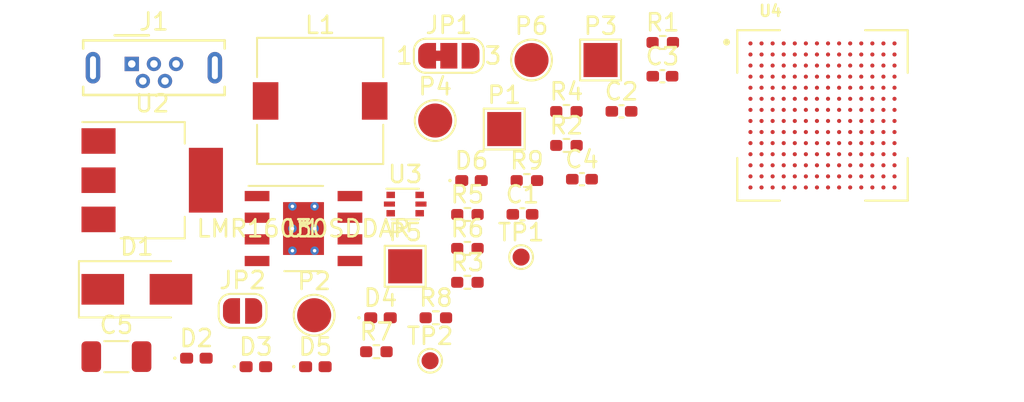
<source format=kicad_pcb>
(kicad_pcb (version 20211014) (generator pcbnew)
  (layers (0 "F.Cu" signal) (31 "B.Cu" signal) (34 "B.Paste" user) (35 "F.Paste" user) (36 "B.SilkS" user "B.Silkscreen") (37 "F.SilkS" user "F.Silkscreen") (38 "B.Mask" user) (39 "F.Mask" user) (44 "Edge.Cuts" user))
  (net 0 "")
  (net 1 "VCC")
  (net 2 "GND")
  (net 3 "REG_5VIN")
  (net 4 "Net-(C3-Pad1)")
  (net 5 "Net-(C3-Pad2)")
  (net 6 "+3V3")
  (net 7 "+5V")
  (net 8 "Net-(D2-Pad1)")
  (net 9 "FC_STATUS_BLUE")
  (net 10 "Net-(D3-Pad1)")
  (net 11 "FC_STATUS_RED")
  (net 12 "Net-(D4-Pad1)")
  (net 13 "FC_STATUS_GREEN")
  (net 14 "Net-(D5-Pad1)")
  (net 15 "Net-(D6-Pad1)")
  (net 16 "FC_USB_VBUS")
  (net 17 "Net-(J1-Pad2)")
  (net 18 "Net-(J1-Pad3)")
  (net 20 "3V3_IO")
  (net 21 "Net-(R1-Pad1)")
  (net 22 "Net-(R2-Pad1)")
  (net 23 "Net-(R3-Pad2)")
  (net 25 "FC_USB_D+")
  (net 26 "FC_USB_D-")
  (net 27 "Net-(U4-PadA1)")
  (net 84 "Net-(U4-PadE6)")
  (net 87 "Net-(U4-PadE9)")
  (net 96 "Net-(U4-PadF6)")
  (net 143 "Net-(U4-PadL1)")
  (net 155 "Net-(U4-PadM1)")
  (net 156 "Net-(U4-PadN1)")
  (footprint "Resistor_SMD:R_0402_1005Metric_Pad0.72x0.64mm_HandSolder" (layer "F.Cu") (at 113.38 63.26)
    (fp_text reference "R2" (at 0 -1.17) (layer "F.SilkS"))
    (fp_text value "49.9K")
    (fp_line (start -0.167621 0.38) (end 0.167621 0.38) (layer "F.SilkS") (width 0.12))
    (fp_line (start -0.167621 -0.38) (end 0.167621 -0.38) (layer "F.SilkS") (width 0.12))
    (pad "1" smd roundrect locked (at -0.5975 0) (size 0.715 0.64) (layers "F.Cu" "F.Paste" "F.Mask") (net 22 "Net-(R2-Pad1)"))
    (pad "2" smd roundrect locked (at 0.5975 0) (size 0.715 0.64) (layers "F.Cu" "F.Paste" "F.Mask") (net 7 "+5V"))
  )
  (footprint "TestPoint:TestPoint_Pad_2.0x2.0mm" (layer "F.Cu") (at 115.38 58.25)
    (fp_text reference "P3" (at 0 -1.998) (layer "F.SilkS"))
    (fp_text value "ESC1_VCC")
    (fp_line (start -1.2 -1.2) (end 1.2 -1.2) (layer "F.SilkS") (width 0.12))
    (fp_line (start 1.2 -1.2) (end 1.2 1.2) (layer "F.SilkS") (width 0.12))
    (fp_line (start -1.2 1.2) (end -1.2 -1.2) (layer "F.SilkS") (width 0.12))
    (fp_line (start 1.2 1.2) (end -1.2 1.2) (layer "F.SilkS") (width 0.12))
    (pad "1" smd rect locked (at 0 0) (size 2 2) (layers "F.Cu" "F.Mask") (net 1 "VCC"))
  )
  (footprint "Package_TO_SOT_SMD:SOT-223-3_TabPin2" (layer "F.Cu") (at 89.08 65.3)
    (fp_text reference "U2" (at 0 -4.5) (layer "F.SilkS"))
    (fp_text value "LD1117S33TR_SOT223")
    (fp_line (start 1.91 -3.41) (end 1.91 -2.15) (layer "F.SilkS") (width 0.12))
    (fp_line (start -1.85 3.41) (end 1.91 3.41) (layer "F.SilkS") (width 0.12))
    (fp_line (start -4.1 -3.41) (end 1.91 -3.41) (layer "F.SilkS") (width 0.12))
    (fp_line (start 1.91 3.41) (end 1.91 2.15) (layer "F.SilkS") (width 0.12))
    (pad "1" smd rect locked (at -3.15 -2.3) (size 2 1.5) (layers "F.Cu" "F.Paste" "F.Mask") (net 2 "GND"))
    (pad "2" smd rect locked (at 3.15 0) (size 2 3.8) (layers "F.Cu" "F.Paste" "F.Mask") (net 6 "+3V3"))
    (pad "2" smd rect locked (at -3.15 0) (size 2 1.5) (layers "F.Cu" "F.Paste" "F.Mask") (net 6 "+3V3"))
    (pad "3" smd rect locked (at -3.15 2.3) (size 2 1.5) (layers "F.Cu" "F.Paste" "F.Mask") (net 3 "REG_5VIN"))
  )
  (footprint "Resistor_SMD:R_0402_1005Metric_Pad0.72x0.64mm_HandSolder" (layer "F.Cu") (at 105.72 73.37)
    (fp_text reference "R8" (at 0 -1.17) (layer "F.SilkS"))
    (fp_text value "62R")
    (fp_line (start -0.167621 0.38) (end 0.167621 0.38) (layer "F.SilkS") (width 0.12))
    (fp_line (start -0.167621 -0.38) (end 0.167621 -0.38) (layer "F.SilkS") (width 0.12))
    (pad "1" smd roundrect locked (at -0.5975 0) (size 0.715 0.64) (layers "F.Cu" "F.Paste" "F.Mask") (net 14 "Net-(D5-Pad1)"))
    (pad "2" smd roundrect locked (at 0.5975 0) (size 0.715 0.64) (layers "F.Cu" "F.Paste" "F.Mask") (net 2 "GND"))
  )
  (footprint "LED_SMD:LED_0402_1005Metric_Pad0.77x0.64mm_HandSolder" (layer "F.Cu") (at 98.65 76.24)
    (fp_text reference "D5" (at 0 -1.17) (layer "F.SilkS"))
    (fp_text value "LED_G")
    (fp_circle (center -1.265 0) (end -1.215 0) (layer "F.SilkS") (width 0.1) (fill none))
    (pad "1" smd roundrect locked (at -0.5725 0) (size 0.765 0.64) (layers "F.Cu" "F.Paste" "F.Mask") (net 14 "Net-(D5-Pad1)"))
    (pad "2" smd roundrect locked (at 0.5725 0) (size 0.765 0.64) (layers "F.Cu" "F.Paste" "F.Mask") (net 6 "+3V3"))
  )
  (footprint "TestPoint:TestPoint_Pad_D1.0mm" (layer "F.Cu") (at 110.72 69.81)
    (fp_text reference "TP1" (at 0 -1.448) (layer "F.SilkS"))
    (fp_text value "GND_BAT_Probe")
    (fp_circle (center 0 0) (end 0 0.7) (layer "F.SilkS") (width 0.12) (fill none))
    (pad "1" smd circle locked (at 0 0) (size 1 1) (layers "F.Cu" "F.Mask") (net 2 "GND"))
  )
  (footprint "LMR16030:LMR16030SDDAR" (layer "F.Cu") (at 97.955001 68.135)
    (fp_text reference "U1" (at 0 0) (layer "F.SilkS"))
    (fp_text value "LMR16030SDDAR" (at 0 0) (layer "F.SilkS"))
    (fp_text user "*" (at 0 0) (layer "F.SilkS"))
    (fp_line (start -3.225 -2.5) (end 1.15 -2.5) (layer "F.SilkS") (width 0.12))
    (fp_line (start -1.124999 2.5) (end 1.1 2.5) (layer "F.SilkS") (width 0.12))
    (pad "1" smd rect locked (at -2.725001 -1.905 90) (size 0.599999 1.45) (layers "F.Cu" "F.Paste" "F.Mask") (net 4 "Net-(C3-Pad1)"))
    (pad "2" smd rect locked (at -2.725001 -0.635 90) (size 0.599999 1.45) (layers "F.Cu" "F.Paste" "F.Mask") (net 1 "VCC"))
    (pad "3" smd rect locked (at -2.725001 0.635 90) (size 0.599999 1.45) (layers "F.Cu" "F.Paste" "F.Mask"))
    (pad "4" smd rect locked (at -2.725001 1.905 90) (size 0.599999 1.45) (layers "F.Cu" "F.Paste" "F.Mask") (net 21 "Net-(R1-Pad1)"))
    (pad "5" smd rect locked (at 2.724998 1.905 90) (size 0.599999 1.45) (layers "F.Cu" "F.Paste" "F.Mask") (net 23 "Net-(R3-Pad2)"))
    (pad "6" smd rect locked (at 2.724998 0.635 90) (size 0.599999 1.45) (layers "F.Cu" "F.Paste" "F.Mask") (net 22 "Net-(R2-Pad1)"))
    (pad "7" smd rect locked (at 2.724998 -0.635 90) (size 0.599999 1.45) (layers "F.Cu" "F.Paste" "F.Mask") (net 2 "GND"))
    (pad "8" smd rect locked (at 2.724998 -1.905 90) (size 0.599999 1.45) (layers "F.Cu" "F.Paste" "F.Mask") (net 5 "Net-(C3-Pad2)"))
    (pad "9" smd rect locked (at 0 0) (size 2.4 3.099999) (layers "F.Cu" "F.Paste" "F.Mask") (net 2 "GND"))
    (pad "V" thru_hole circle locked (at 0.650001 0) (size 0.499999 0.499999) (drill 0.2032) (layers *.Cu *.Mask))
    (pad "V" thru_hole circle locked (at 0.650001 1.3) (size 0.499999 0.499999) (drill 0.2032) (layers *.Cu *.Mask))
    (pad "V" thru_hole circle locked (at -0.650001 0) (size 0.499999 0.499999) (drill 0.2032) (layers *.Cu *.Mask))
    (pad "V" thru_hole circle locked (at -0.650001 1.3) (size 0.499999 0.499999) (drill 0.2032) (layers *.Cu *.Mask))
    (pad "V" thru_hole circle locked (at 0.650001 -1.3) (size 0.499999 0.499999) (drill 0.2032) (layers *.Cu *.Mask))
    (pad "V" thru_hole circle locked (at -0.650001 -1.3) (size 0.499999 0.499999) (drill 0.2032) (layers *.Cu *.Mask))
  )
  (footprint "Resistor_SMD:R_0402_1005Metric_Pad0.72x0.64mm_HandSolder" (layer "F.Cu") (at 111.06 65.32)
    (fp_text reference "R9" (at 0 -1.17) (layer "F.SilkS"))
    (fp_text value "62R")
    (fp_line (start -0.167621 0.38) (end 0.167621 0.38) (layer "F.SilkS") (width 0.12))
    (fp_line (start -0.167621 -0.38) (end 0.167621 -0.38) (layer "F.SilkS") (width 0.12))
    (pad "1" smd roundrect locked (at -0.5975 0) (size 0.715 0.64) (layers "F.Cu" "F.Paste" "F.Mask") (net 15 "Net-(D6-Pad1)"))
    (pad "2" smd roundrect locked (at 0.5975 0) (size 0.715 0.64) (layers "F.Cu" "F.Paste" "F.Mask") (net 2 "GND"))
  )
  (footprint "LED_SMD:LED_0402_1005Metric_Pad0.77x0.64mm_HandSolder" (layer "F.Cu") (at 102.47 73.37)
    (fp_text reference "D4" (at 0 -1.17) (layer "F.SilkS"))
    (fp_text value "LED_G")
    (fp_circle (center -1.265 0) (end -1.215 0) (layer "F.SilkS") (width 0.1) (fill none))
    (pad "1" smd roundrect locked (at -0.5725 0) (size 0.765 0.64) (layers "F.Cu" "F.Paste" "F.Mask") (net 12 "Net-(D4-Pad1)"))
    (pad "2" smd roundrect locked (at 0.5725 0) (size 0.765 0.64) (layers "F.Cu" "F.Paste" "F.Mask") (net 13 "FC_STATUS_GREEN"))
  )
  (footprint "Resistor_SMD:R_0402_1005Metric_Pad0.72x0.64mm_HandSolder" (layer "F.Cu") (at 102.23 75.36)
    (fp_text reference "R7" (at 0 -1.17) (layer "F.SilkS"))
    (fp_text value "62R")
    (fp_line (start -0.167621 0.38) (end 0.167621 0.38) (layer "F.SilkS") (width 0.12))
    (fp_line (start -0.167621 -0.38) (end 0.167621 -0.38) (layer "F.SilkS") (width 0.12))
    (pad "1" smd roundrect locked (at -0.5975 0) (size 0.715 0.64) (layers "F.Cu" "F.Paste" "F.Mask") (net 12 "Net-(D4-Pad1)"))
    (pad "2" smd roundrect locked (at 0.5975 0) (size 0.715 0.64) (layers "F.Cu" "F.Paste" "F.Mask") (net 2 "GND"))
  )
  (footprint "Resistor_SMD:R_0402_1005Metric_Pad0.72x0.64mm_HandSolder" (layer "F.Cu") (at 107.57 67.31)
    (fp_text reference "R5" (at 0 -1.17) (layer "F.SilkS"))
    (fp_text value "47R")
    (fp_line (start -0.167621 -0.38) (end 0.167621 -0.38) (layer "F.SilkS") (width 0.12))
    (fp_line (start -0.167621 0.38) (end 0.167621 0.38) (layer "F.SilkS") (width 0.12))
    (pad "1" smd roundrect locked (at -0.5975 0) (size 0.715 0.64) (layers "F.Cu" "F.Paste" "F.Mask") (net 8 "Net-(D2-Pad1)"))
    (pad "2" smd roundrect locked (at 0.5975 0) (size 0.715 0.64) (layers "F.Cu" "F.Paste" "F.Mask") (net 2 "GND"))
  )
  (footprint "IMXRT1062DVL6A:BGA196C65P14X14_1000X1000X152N" (layer "F.Cu") (at 128.4 61.5)
    (fp_text reference "U4" (at -3.053855 -6.133161) (layer "F.SilkS") (effects (font (size 0.64123 0.64123))))
    (fp_text value "MIMXRT1062DVL6A")
    (fp_line (start -5 -5) (end -5 -2.5) (layer "F.SilkS") (width 0.127))
    (fp_line (start 2.5 -5) (end 5 -5) (layer "F.SilkS") (width 0.127))
    (fp_line (start 5 2.5) (end 5 5) (layer "F.SilkS") (width 0.127))
    (fp_line (start -5 -5) (end -2.5 -5) (layer "F.SilkS") (width 0.127))
    (fp_line (start -5 5) (end -5 2.5) (layer "F.SilkS") (width 0.127))
    (fp_line (start -2.5 5) (end -5 5) (layer "F.SilkS") (width 0.127))
    (fp_line (start 5 5) (end 2.5 5) (layer "F.SilkS") (width 0.127))
    (fp_line (start 5 -5) (end 5 -2.5) (layer "F.SilkS") (width 0.127))
    (fp_circle (center -5.625 -4.3) (end -5.525 -4.3) (layer "F.SilkS") (width 0.2) (fill none))
    (pad "A1" smd circle locked (at -4.225 -4.225) (size 0.24 0.24) (layers "F.Cu" "F.Paste" "F.Mask") (net 27 "Net-(U4-PadA1)"))
    (pad "A2" smd circle locked (at -3.575 -4.225) (size 0.24 0.24) (layers "F.Cu" "F.Paste" "F.Mask"))
    (pad "A3" smd circle locked (at -2.925 -4.225) (size 0.24 0.24) (layers "F.Cu" "F.Paste" "F.Mask"))
    (pad "A4" smd circle locked (at -2.275 -4.225) (size 0.24 0.24) (layers "F.Cu" "F.Paste" "F.Mask"))
    (pad "A5" smd circle locked (at -1.625 -4.225) (size 0.24 0.24) (layers "F.Cu" "F.Paste" "F.Mask"))
    (pad "A6" smd circle locked (at -0.975 -4.225) (size 0.24 0.24) (layers "F.Cu" "F.Paste" "F.Mask"))
    (pad "A7" smd circle locked (at -0.325 -4.225) (size 0.24 0.24) (layers "F.Cu" "F.Paste" "F.Mask"))
    (pad "A8" smd circle locked (at 0.325 -4.225) (size 0.24 0.24) (layers "F.Cu" "F.Paste" "F.Mask"))
    (pad "A9" smd circle locked (at 0.975 -4.225) (size 0.24 0.24) (layers "F.Cu" "F.Paste" "F.Mask"))
    (pad "A10" smd circle locked (at 1.625 -4.225) (size 0.24 0.24) (layers "F.Cu" "F.Paste" "F.Mask"))
    (pad "A11" smd circle locked (at 2.275 -4.225) (size 0.24 0.24) (layers "F.Cu" "F.Paste" "F.Mask"))
    (pad "A12" smd circle locked (at 2.925 -4.225) (size 0.24 0.24) (layers "F.Cu" "F.Paste" "F.Mask"))
    (pad "A13" smd circle locked (at 3.575 -4.225) (size 0.24 0.24) (layers "F.Cu" "F.Paste" "F.Mask"))
    (pad "A14" smd circle locked (at 4.225 -4.225) (size 0.24 0.24) (layers "F.Cu" "F.Paste" "F.Mask") (net 27 "Net-(U4-PadA1)"))
    (pad "B1" smd circle locked (at -4.225 -3.575) (size 0.24 0.24) (layers "F.Cu" "F.Paste" "F.Mask"))
    (pad "B2" smd circle locked (at -3.575 -3.575) (size 0.24 0.24) (layers "F.Cu" "F.Paste" "F.Mask"))
    (pad "B3" smd circle locked (at -2.925 -3.575) (size 0.24 0.24) (layers "F.Cu" "F.Paste" "F.Mask"))
    (pad "B4" smd circle locked (at -2.275 -3.575) (size 0.24 0.24) (layers "F.Cu" "F.Paste" "F.Mask"))
    (pad "B5" smd circle locked (at -1.625 -3.575) (size 0.24 0.24) (layers "F.Cu" "F.Paste" "F.Mask") (net 27 "Net-(U4-PadA1)"))
    (pad "B6" smd circle locked (at -0.975 -3.575) (size 0.24 0.24) (layers "F.Cu" "F.Paste" "F.Mask"))
    (pad "B7" smd circle locked (at -0.325 -3.575) (size 0.24 0.24) (layers "F.Cu" "F.Paste" "F.Mask"))
    (pad "B8" smd circle locked (at 0.325 -3.575) (size 0.24 0.24) (layers "F.Cu" "F.Paste" "F.Mask"))
    (pad "B9" smd circle locked (at 0.975 -3.575) (size 0.24 0.24) (layers "F.Cu" "F.Paste" "F.Mask"))
    (pad "B10" smd circle locked (at 1.625 -3.575) (size 0.24 0.24) (layers "F.Cu" "F.Paste" "F.Mask") (net 27 "Net-(U4-PadA1)"))
    (pad "B11" smd circle locked (at 2.275 -3.575) (size 0.24 0.24) (layers "F.Cu" "F.Paste" "F.Mask"))
    (pad "B12" smd circle locked (at 2.925 -3.575) (size 0.24 0.24) (layers "F.Cu" "F.Paste" "F.Mask"))
    (pad "B13" smd circle locked (at 3.575 -3.575) (size 0.24 0.24) (layers "F.Cu" "F.Paste" "F.Mask"))
    (pad "B14" smd circle locked (at 4.225 -3.575) (size 0.24 0.24) (layers "F.Cu" "F.Paste" "F.Mask"))
    (pad "C1" smd circle locked (at -4.225 -2.925) (size 0.24 0.24) (layers "F.Cu" "F.Paste" "F.Mask"))
    (pad "C2" smd circle locked (at -3.575 -2.925) (size 0.24 0.24) (layers "F.Cu" "F.Paste" "F.Mask"))
    (pad "C3" smd circle locked (at -2.925 -2.925) (size 0.24 0.24) (layers "F.Cu" "F.Paste" "F.Mask"))
    (pad "C4" smd circle locked (at -2.275 -2.925) (size 0.24 0.24) (layers "F.Cu" "F.Paste" "F.Mask"))
    (pad "C5" smd circle locked (at -1.625 -2.925) (size 0.24 0.24) (layers "F.Cu" "F.Paste" "F.Mask"))
    (pad "C6" smd circle locked (at -0.975 -2.925) (size 0.24 0.24) (layers "F.Cu" "F.Paste" "F.Mask"))
    (pad "C7" smd circle locked (at -0.325 -2.925) (size 0.24 0.24) (layers "F.Cu" "F.Paste" "F.Mask"))
    (pad "C8" smd circle locked (at 0.325 -2.925) (size 0.24 0.24) (layers "F.Cu" "F.Paste" "F.Mask"))
    (pad "C9" smd circle locked (at 0.975 -2.925) (size 0.24 0.24) (layers "F.Cu" "F.Paste" "F.Mask"))
    (pad "C10" smd circle locked (at 1.625 -2.925) (size 0.24 0.24) (layers "F.Cu" "F.Paste" "F.Mask"))
    (pad "C11" smd circle locked (at 2.275 -2.925) (size 0.24 0.24) (layers "F.Cu" "F.Paste" "F.Mask"))
    (pad "C12" smd circle locked (at 2.925 -2.925) (size 0.24 0.24) (layers "F.Cu" "F.Paste" "F.Mask"))
    (pad "C13" smd circle locked (at 3.575 -2.925) (size 0.24 0.24) (layers "F.Cu" "F.Paste" "F.Mask"))
    (pad "C14" smd circle locked (at 4.225 -2.925) (size 0.24 0.24) (layers "F.Cu" "F.Paste" "F.Mask"))
    (pad "D1" smd circle locked (at -4.225 -2.275) (size 0.24 0.24) (layers "F.Cu" "F.Paste" "F.Mask"))
    (pad "D2" smd circle locked (at -3.575 -2.275) (size 0.24 0.24) (layers "F.Cu" "F.Paste" "F.Mask"))
    (pad "D3" smd circle locked (at -2.925 -2.275) (size 0.24 0.24) (layers "F.Cu" "F.Paste" "F.Mask"))
    (pad "D4" smd circle locked (at -2.275 -2.275) (size 0.24 0.24) (layers "F.Cu" "F.Paste" "F.Mask"))
    (pad "D5" smd circle locked (at -1.625 -2.275) (size 0.24 0.24) (layers "F.Cu" "F.Paste" "F.Mask"))
    (pad "D6" smd circle locked (at -0.975 -2.275) (size 0.24 0.24) (layers "F.Cu" "F.Paste" "F.Mask"))
    (pad "D7" smd circle locked (at -0.325 -2.275) (size 0.24 0.24) (layers "F.Cu" "F.Paste" "F.Mask"))
    (pad "D8" smd circle locked (at 0.325 -2.275) (size 0.24 0.24) (layers "F.Cu" "F.Paste" "F.Mask"))
    (pad "D9" smd circle locked (at 0.975 -2.275) (size 0.24 0.24) (layers "F.Cu" "F.Paste" "F.Mask"))
    (pad "D10" smd circle locked (at 1.625 -2.275) (size 0.24 0.24) (layers "F.Cu" "F.Paste" "F.Mask"))
    (pad "D11" smd circle locked (at 2.275 -2.275) (size 0.24 0.24) (layers "F.Cu" "F.Paste" "F.Mask"))
    (pad "D12" smd circle locked (at 2.925 -2.275) (size 0.24 0.24) (layers "F.Cu" "F.Paste" "F.Mask"))
    (pad "D13" smd circle locked (at 3.575 -2.275) (size 0.24 0.24) (layers "F.Cu" "F.Paste" "F.Mask"))
    (pad "D14" smd circle locked (at 4.225 -2.275) (size 0.24 0.24) (layers "F.Cu" "F.Paste" "F.Mask"))
    (pad "E1" smd circle locked (at -4.225 -1.625) (size 0.24 0.24) (layers "F.Cu" "F.Paste" "F.Mask"))
    (pad "E2" smd circle locked (at -3.575 -1.625) (size 0.24 0.24) (layers "F.Cu" "F.Paste" "F.Mask") (net 27 "Net-(U4-PadA1)"))
    (pad "E3" smd circle locked (at -2.925 -1.625) (size 0.24 0.24) (layers "F.Cu" "F.Paste" "F.Mask"))
    (pad "E4" smd circle locked (at -2.275 -1.625) (size 0.24 0.24) (layers "F.Cu" "F.Paste" "F.Mask"))
    (pad "E5" smd circle locked (at -1.625 -1.625) (size 0.24 0.24) (layers "F.Cu" "F.Paste" "F.Mask"))
    (pad "E6" smd circle locked (at -0.975 -1.625) (size 0.24 0.24) (layers "F.Cu" "F.Paste" "F.Mask") (net 84 "Net-(U4-PadE6)"))
    (pad "E7" smd circle locked (at -0.325 -1.625) (size 0.24 0.24) (layers "F.Cu" "F.Paste" "F.Mask"))
    (pad "E8" smd circle locked (at 0.325 -1.625) (size 0.24 0.24) (layers "F.Cu" "F.Paste" "F.Mask"))
    (pad "E9" smd circle locked (at 0.975 -1.625) (size 0.24 0.24) (layers "F.Cu" "F.Paste" "F.Mask") (net 87 "Net-(U4-PadE9)"))
    (pad "E10" smd circle locked (at 1.625 -1.625) (size 0.24 0.24) (layers "F.Cu" "F.Paste" "F.Mask"))
    (pad "E11" smd circle locked (at 2.275 -1.625) (size 0.24 0.24) (layers "F.Cu" "F.Paste" "F.Mask"))
    (pad "E12" smd circle locked (at 2.925 -1.625) (size 0.24 0.24) (layers "F.Cu" "F.Paste" "F.Mask"))
    (pad "E13" smd circle locked (at 3.575 -1.625) (size 0.24 0.24) (layers "F.Cu" "F.Paste" "F.Mask") (net 27 "Net-(U4-PadA1)"))
    (pad "E14" smd circle locked (at 4.225 -1.625) (size 0.24 0.24) (layers "F.Cu" "F.Paste" "F.Mask"))
    (pad "F1" smd circle locked (at -4.225 -0.975) (size 0.24 0.24) (layers "F.Cu" "F.Paste" "F.Mask"))
    (pad "F2" smd circle locked (at -3.575 -0.975) (size 0.24 0.24) (layers "F.Cu" "F.Paste" "F.Mask"))
    (pad "F3" smd circle locked (at -2.925 -0.975) (size 0.24 0.24) (layers "F.Cu" "F.Paste" "F.Mask"))
    (pad "F4" smd circle locked (at -2.275 -0.975) (size 0.24 0.24) (layers "F.Cu" "F.Paste" "F.Mask"))
    (pad "F5" smd circle locked (at -1.625 -0.975) (size 0.24 0.24) (layers "F.Cu" "F.Paste" "F.Mask") (net 84 "Net-(U4-PadE6)"))
    (pad "F6" smd circle locked (at -0.975 -0.975) (size 0.24 0.24) (layers "F.Cu" "F.Paste" "F.Mask") (net 96 "Net-(U4-PadF6)"))
    (pad "F7" smd circle locked (at -0.325 -0.975) (size 0.24 0.24) (layers "F.Cu" "F.Paste" "F.Mask") (net 96 "Net-(U4-PadF6)"))
    (pad "F8" smd circle locked (at 0.325 -0.975) (size 0.24 0.24) (layers "F.Cu" "F.Paste" "F.Mask") (net 96 "Net-(U4-PadF6)"))
    (pad "F9" smd circle locked (at 0.975 -0.975) (size 0.24 0.24) (layers "F.Cu" "F.Paste" "F.Mask") (net 96 "Net-(U4-PadF6)"))
    (pad "F10" smd circle locked (at 1.625 -0.975) (size 0.24 0.24) (layers "F.Cu" "F.Paste" "F.Mask") (net 87 "Net-(U4-PadE9)"))
    (pad "F11" smd circle locked (at 2.275 -0.975) (size 0.24 0.24) (layers "F.Cu" "F.Paste" "F.Mask"))
    (pad "F12" smd circle locked (at 2.925 -0.975) (size 0.24 0.24) (layers "F.Cu" "F.Paste" "F.Mask"))
    (pad "F13" smd circle locked (at 3.575 -0.975) (size 0.24 0.24) (layers "F.Cu" "F.Paste" "F.Mask"))
    (pad "F14" smd circle locked (at 4.225 -0.975) (size 0.24 0.24) (layers "F.Cu" "F.Paste" "F.Mask"))
    (pad "G1" smd circle locked (at -4.225 -0.325) (size 0.24 0.24) (layers "F.Cu" "F.Paste" "F.Mask"))
    (pad "G2" smd circle locked (at -3.575 -0.325) (size 0.24 0.24) (layers "F.Cu" "F.Paste" "F.Mask"))
    (pad "G3" smd circle locked (at -2.925 -0.325) (size 0.24 0.24) (layers "F.Cu" "F.Paste" "F.Mask"))
    (pad "G4" smd circle locked (at -2.275 -0.325) (size 0.24 0.24) (layers "F.Cu" "F.Paste" "F.Mask"))
    (pad "G5" smd circle locked (at -1.625 -0.325) (size 0.24 0.24) (layers "F.Cu" "F.Paste" "F.Mask"))
    (pad "G6" smd circle locked (at -0.975 -0.325) (size 0.24 0.24) (layers "F.Cu" "F.Paste" "F.Mask") (net 96 "Net-(U4-PadF6)"))
    (pad "G7" smd circle locked (at -0.325 -0.325) (size 0.24 0.24) (layers "F.Cu" "F.Paste" "F.Mask") (net 27 "Net-(U4-PadA1)"))
    (pad "G8" smd circle locked (at 0.325 -0.325) (size 0.24 0.24) (layers "F.Cu" "F.Paste" "F.Mask") (net 27 "Net-(U4-PadA1)"))
    (pad "G9" smd circle locked (at 0.975 -0.325) (size 0.24 0.24) (layers "F.Cu" "F.Paste" "F.Mask") (net 96 "Net-(U4-PadF6)"))
    (pad "G10" smd circle locked (at 1.625 -0.325) (size 0.24 0.24) (layers "F.Cu" "F.Paste" "F.Mask"))
    (pad "G11" smd circle locked (at 2.275 -0.325) (size 0.24 0.24) (layers "F.Cu" "F.Paste" "F.Mask"))
    (pad "G12" smd circle locked (at 2.925 -0.325) (size 0.24 0.24) (layers "F.Cu" "F.Paste" "F.Mask"))
    (pad "G13" smd circle locked (at 3.575 -0.325) (size 0.24 0.24) (layers "F.Cu" "F.Paste" "F.Mask"))
    (pad "G14" smd circle locked (at 4.225 -0.325) (size 0.24 0.24) (layers "F.Cu" "F.Paste" "F.Mask"))
    (pad "H1" smd circle locked (at -4.225 0.325) (size 0.24 0.24) (layers "F.Cu" "F.Paste" "F.Mask"))
    (pad "H2" smd circle locked (at -3.575 0.325) (size 0.24 0.24) (layers "F.Cu" "F.Paste" "F.Mask"))
    (pad "H3" smd circle locked (at -2.925 0.325) (size 0.24 0.24) (layers "F.Cu" "F.Paste" "F.Mask"))
    (pad "H4" smd circle locked (at -2.275 0.325) (size 0.24 0.24) (layers "F.Cu" "F.Paste" "F.Mask"))
    (pad "H5" smd circle locked (at -1.625 0.325) (size 0.24 0.24) (layers "F.Cu" "F.Paste" "F.Mask"))
    (pad "H6" smd circle locked (at -0.975 0.325) (size 0.24 0.24) (layers "F.Cu" "F.Paste" "F.Mask") (net 96 "Net-(U4-PadF6)"))
    (pad "H7" smd circle locked (at -0.325 0.325) (size 0.24 0.24) (layers "F.Cu" "F.Paste" "F.Mask") (net 27 "Net-(U4-PadA1)"))
    (pad "H8" smd circle locked (at 0.325 0.325) (size 0.24 0.24) (layers "F.Cu" "F.Paste" "F.Mask") (net 27 "Net-(U4-PadA1)"))
    (pad "H9" smd circle locked (at 0.975 0.325) (size 0.24 0.24) (layers "F.Cu" "F.Paste" "F.Mask") (net 96 "Net-(U4-PadF6)"))
    (pad "H10" smd circle locked (at 1.625 0.325) (size 0.24 0.24) (layers "F.Cu" "F.Paste" "F.Mask"))
    (pad "H11" smd circle locked (at 2.275 0.325) (size 0.24 0.24) (layers "F.Cu" "F.Paste" "F.Mask"))
    (pad "H12" smd circle locked (at 2.925 0.325) (size 0.24 0.24) (layers "F.Cu" "F.Paste" "F.Mask"))
    (pad "H13" smd circle locked (at 3.575 0.325) (size 0.24 0.24) (layers "F.Cu" "F.Paste" "F.Mask"))
    (pad "H14" smd circle locked (at 4.225 0.325) (size 0.24 0.24) (layers "F.Cu" "F.Paste" "F.Mask"))
    (pad "J1" smd circle locked (at -4.225 0.975) (size 0.24 0.24) (layers "F.Cu" "F.Paste" "F.Mask"))
    (pad "J2" smd circle locked (at -3.575 0.975) (size 0.24 0.24) (layers "F.Cu" "F.Paste" "F.Mask"))
    (pad "J3" smd circle locked (at -2.925 0.975) (size 0.24 0.24) (layers "F.Cu" "F.Paste" "F.Mask"))
    (pad "J4" smd circle locked (at -2.275 0.975) (size 0.24 0.24) (layers "F.Cu" "F.Paste" "F.Mask"))
    (pad "J5" smd circle locked (at -1.625 0.975) (size 0.24 0.24) (layers "F.Cu" "F.Paste" "F.Mask"))
    (pad "J6" smd circle locked (at -0.975 0.975) (size 0.24 0.24) (layers "F.Cu" "F.Paste" "F.Mask"))
    (pad "J7" smd circle locked (at -0.325 0.975) (size 0.24 0.24) (layers "F.Cu" "F.Paste" "F.Mask") (net 27 "Net-(U4-PadA1)"))
    (pad "J8" smd circle locked (at 0.325 0.975) (size 0.24 0.24) (layers "F.Cu" "F.Paste" "F.Mask") (net 27 "Net-(U4-PadA1)"))
    (pad "J9" smd circle locked (at 0.975 0.975) (size 0.24 0.24) (layers "F.Cu" "F.Paste" "F.Mask") (net 96 "Net-(U4-PadF6)"))
    (pad "J10" smd circle locked (at 1.625 0.975) (size 0.24 0.24) (layers "F.Cu" "F.Paste" "F.Mask") (net 87 "Net-(U4-PadE9)"))
    (pad "J11" smd circle locked (at 2.275 0.975) (size 0.24 0.24) (layers "F.Cu" "F.Paste" "F.Mask"))
    (pad "J12" smd circle locked (at 2.925 0.975) (size 0.24 0.24) (layers "F.Cu" "F.Paste" "F.Mask"))
    (pad "J13" smd circle locked (at 3.575 0.975) (size 0.24 0.24) (layers "F.Cu" "F.Paste" "F.Mask"))
    (pad "J14" smd circle locked (at 4.225 0.975) (size 0.24 0.24) (layers "F.Cu" "F.Paste" "F.Mask"))
    (pad "K1" smd circle locked (at -4.225 1.625) (size 0.24 0.24) (layers "F.Cu" "F.Paste" "F.Mask"))
    (pad "K2" smd circle locked (at -3.575 1.625) (size 0.24 0.24) (layers "F.Cu" "F.Paste" "F.Mask") (net 27 "Net-(U4-PadA1)"))
    (pad "K3" smd circle locked (at -2.925 1.625) (size 0.24 0.24) (layers "F.Cu" "F.Paste" "F.Mask"))
    (pad "K4" smd circle locked (at -2.275 1.625) (size 0.24 0.24) (layers "F.Cu" "F.Paste" "F.Mask"))
    (pad "K5" smd circle locked (at -1.625 1.625) (size 0.24 0.24) (layers "F.Cu" "F.Paste" "F.Mask"))
    (pad "K6" smd circle locked (at -0.975 1.625) (size 0.24 0.24) (layers "F.Cu" "F.Paste" "F.Mask"))
    (pad "K7" smd circle locked (at -0.325 1.625) (size 0.24 0.24) (layers "F.Cu" "F.Paste" "F.Mask"))
    (pad "K8" smd circle locked (at 0.325 1.625) (size 0.24 0.24) (layers "F.Cu" "F.Paste" "F.Mask"))
    (pad "K9" smd circle locked (at 0.975 1.625) (size 0.24 0.24) (layers "F.Cu" "F.Paste" "F.Mask"))
    (pad "K10" smd circle locked (at 1.625 1.625) (size 0.24 0.24) (layers "F.Cu" "F.Paste" "F.Mask"))
    (pad "K11" smd circle locked (at 2.275 1.625) (size 0.24 0.24) (layers "F.Cu" "F.Paste" "F.Mask"))
    (pad "K12" smd circle locked (at 2.925 1.625) (size 0.24 0.24) (layers "F.Cu" "F.Paste" "F.Mask"))
    (pad "K13" smd circle locked (at 3.575 1.625) (size 0.24 0.24) (layers "F.Cu" "F.Paste" "F.Mask") (net 27 "Net-(U4-PadA1)"))
    (pad "K14" smd circle locked (at 4.225 1.625) (size 0.24 0.24) (layers "F.Cu" "F.Paste" "F.Mask"))
    (pad "L1" smd circle locked (at -4.225 2.275) (size 0.24 0.24) (layers "F.Cu" "F.Paste" "F.Mask") (net 143 "Net-(U4-PadL1)"))
    (pad "L2" smd circle locked (at -3.575 2.275) (size 0.24 0.24) (layers "F.Cu" "F.Paste" "F.Mask") (net 143 "Net-(U4-PadL1)"))
    (pad "L3" smd circle locked (at -2.925 2.275) (size 0.24 0.24) (layers "F.Cu" "F.Paste" "F.Mask"))
    (pad "L4" smd circle locked (at -2.275 2.275) (size 0.24 0.24) (layers "F.Cu" "F.Paste" "F.Mask"))
    (pad "L5" smd circle locked (at -1.625 2.275) (size 0.24 0.24) (layers "F.Cu" "F.Paste" "F.Mask"))
    (pad "L6" smd circle locked (at -0.975 2.275) (size 0.24 0.24) (layers "F.Cu" "F.Paste" "F.Mask"))
    (pad "L7" smd circle locked (at -0.325 2.275) (size 0.24 0.24) (layers "F.Cu" "F.Paste" "F.Mask"))
    (pad "L8" smd circle locked (at 0.325 2.275) (size 0.24 0.24) (layers "F.Cu" "F.Paste" "F.Mask"))
    (pad "L9" smd circle locked (at 0.975 2.275) (size 0.24 0.24) (layers "F.Cu" "F.Paste" "F.Mask") (net 27 "Net-(U4-PadA1)"))
    (pad "L10" smd circle locked (at 1.625 2.275) (size 0.24 0.24) (layers "F.Cu" "F.Paste" "F.Mask"))
    (pad "L11" smd circle locked (at 2.275 2.275) (size 0.24 0.24) (layers "F.Cu" "F.Paste" "F.Mask"))
    (pad "L12" smd circle locked (at 2.925 2.275) (size 0.24 0.24) (layers "F.Cu" "F.Paste" "F.Mask"))
    (pad "L13" smd circle locked (at 3.575 2.275) (size 0.24 0.24) (layers "F.Cu" "F.Paste" "F.Mask"))
    (pad "L14" smd circle locked (at 4.225 2.275) (size 0.24 0.24) (layers "F.Cu" "F.Paste" "F.Mask"))
    (pad "M1" smd circle locked (at -4.225 2.925) (size 0.24 0.24) (layers "F.Cu" "F.Paste" "F.Mask") (net 155 "Net-(U4-PadM1)"))
    (pad "M2" smd circle locked (at -3.575 2.925) (size 0.24 0.24) (layers "F.Cu" "F.Paste" "F.Mask") (net 155 "Net-(U4-PadM1)"))
    (pad "M3" smd circle locked (at -2.925 2.925) (size 0.24 0.24) (layers "F.Cu" "F.Paste" "F.Mask"))
    (pad "M4" smd circle locked (at -2.275 2.925) (size 0.24 0.24) (layers "F.Cu" "F.Paste" "F.Mask"))
    (pad "M5" smd circle locked (at -1.625 2.925) (size 0.24 0.24) (layers "F.Cu" "F.Paste" "F.Mask"))
    (pad "M6" smd circle locked (at -0.975 2.925) (size 0.24 0.24) (layers "F.Cu" "F.Paste" "F.Mask"))
    (pad "M7" smd circle locked (at -0.325 2.925) (size 0.24 0.24) (layers "F.Cu" "F.Paste" "F.Mask"))
    (pad "M8" smd circle locked (at 0.325 2.925) (size 0.24 0.24) (layers "F.Cu" "F.Paste" "F.Mask"))
    (pad "M9" smd circle locked (at 0.975 2.925) (size 0.24 0.24) (layers "F.Cu" "F.Paste" "F.Mask"))
    (pad "M10" smd circle locked (at 1.625 2.925) (size 0.24 0.24) (layers "F.Cu" "F.Paste" "F.Mask"))
    (pad "M11" smd circle locked (at 2.275 2.925) (size 0.24 0.24) (layers "F.Cu" "F.Paste" "F.Mask"))
    (pad "M12" smd circle locked (at 2.925 2.925) (size 0.24 0.24) (layers "F.Cu" "F.Paste" "F.Mask"))
    (pad "M13" smd circle locked (at 3.575 2.925) (size 0.24 0.24) (layers "F.Cu" "F.Paste" "F.Mask"))
    (pad "M14" smd circle locked (at 4.225 2.925) (size 0.24 0.24) (layers "F.Cu" "F.Paste" "F.Mask"))
    (pad "N1" smd circle locked (at -4.225 3.575) (size 0.24 0.24) (layers "F.Cu" "F.Paste" "F.Mask") (net 156 "Net-(U4-PadN1)"))
    (pad "N2" smd circle locked (at -3.575 3.575) (size 0.24 0.24) (layers "F.Cu" "F.Paste" "F.Mask") (net 156 "Net-(U4-PadN1)"))
    (pad "N3" smd circle locked (at -2.925 3.575) (size 0.24 0.24) (layers "F.Cu" "F.Paste" "F.Mask"))
    (pad "N4" smd circle locked (at -2.275 3.575) (size 0.24 0.24) (layers "F.Cu" "F.Paste" "F.Mask"))
    (pad "N5" smd circle locked (at -1.625 3.575) (size 0.24 0.24) (layers "F.Cu" "F.Paste" "F.Mask") (net 27 "Net-(U4-PadA1)"))
    (pad "N6" smd circle locked (at -0.975 3.575) (size 0.24 0.24) (layers "F.Cu" "F.Paste" "F.Mask"))
    (pad "N7" smd circle locked (at -0.325 3.575) (size 0.24 0.24) (layers "F.Cu" "F.Paste" "F.Mask"))
    (pad "N8" smd circle locked (at 0.325 3.575) (size 0.24 0.24) (layers "F.Cu" "F.Paste" "F.Mask") (net 27 "Net-(U4-PadA1)"))
    (pad "N9" smd circle locked (at 0.975 3.575) (size 0.24 0.24) (layers "F.Cu" "F.Paste" "F.Mask"))
    (pad "N10" smd circle locked (at 1.625 3.575) (size 0.24 0.24) (layers "F.Cu" "F.Paste" "F.Mask"))
    (pad "N11" smd circle locked (at 2.275 3.575) (size 0.24 0.24) (layers "F.Cu" "F.Paste" "F.Mask"))
    (pad "N12" smd circle locked (at 2.925 3.575) (size 0.24 0.24) (layers "F.Cu" "F.Paste" "F.Mask"))
    (pad "N13" smd circle locked (at 3.575 3.575) (size 0.24 0.24) (layers "F.Cu" "F.Paste" "F.Mask"))
    (pad "N14" smd circle locked (at 4.225 3.575) (size 0.24 0.24) (layers "F.Cu" "F.Paste" "F.Mask"))
    (pad "P1" smd circle locked (at -4.225 4.225) (size 0.24 0.24) (layers "F.Cu" "F.Paste" "F.Mask") (net 27 "Net-(U4-PadA1)"))
    (pad "P2" smd circle locked (at -3.575 4.225) (size 0.24 0.24) (layers "F.Cu" "F.Paste" "F.Mask"))
    (pad "P3" smd circle locked (at -2.925 4.225) (size 0.24 0.24) (layers "F.Cu" "F.Paste" "F.Mask"))
    (pad "P4" smd circle locked (at -2.275 4.225) (size 0.24 0.24) (layers "F.Cu" "F.Paste" "F.Mask"))
    (pad "P5" smd circle locked (at -1.625 4.225) (size 0.24 0.24) (layers "F.Cu" "F.Paste" "F.Mask"))
    (pad "P6" smd circle locked (at -0.975 4.225) (size 0.24 0.24) (layers "F.Cu" "F.Paste" "F.Mask"))
    (pad "P7" smd circle locked (at -0.325 4.225) (size 0.24 0.24) (layers "F.Cu" "F.Paste" "F.Mask"))
    (pad "P8" smd circle locked (at 0.325 4.225) (size 0.24 0.24) (layers "F.Cu" "F.Paste" "F.Mask"))
    (pad "P9" smd circle locked (at 0.975 4.225) (size 0.24 0.24) (layers "F.Cu" "F.Paste" "F.Mask"))
    (pad "P10" smd circle locked (at 1.625 4.225) (size 0.24 0.24) (layers "F.Cu" "F.Paste" "F.Mask"))
    (pad "P11" smd circle locked (at 2.275 4.225) (size 0.24 0.24) (layers "F.Cu" "F.Paste" "F.Mask"))
    (pad "P12" smd circle locked (at 2.925 4.225) (size 0.24 0.24) (layers "F.Cu" "F.Paste" "F.Mask"))
    (pad "P13" smd circle locked (at 3.575 4.225) (size 0.24 0.24) (layers "F.Cu" "F.Paste" "F.Mask"))
    (pad "P14" smd circle locked (at 4.225 4.225) (size 0.24 0.24) (layers "F.Cu" "F.Paste" "F.Mask") (net 27 "Net-(U4-PadA1)"))
  )
  (footprint "TestPoint:TestPoint_Pad_D2.0mm" (layer "F.Cu") (at 98.58 73.22)
    (fp_text reference "P2" (at 0 -1.998) (layer "F.SilkS"))
    (fp_text value "LIPO_GND")
    (fp_circle (center 0 0) (end 0 1.2) (layer "F.SilkS") (width 0.12) (fill none))
    (pad "1" smd circle locked (at 0 0) (size 2 2) (layers "F.Cu" "F.Mask") (net 2 "GND"))
  )
  (footprint "TestPoint:TestPoint_Pad_2.0x2.0mm" (layer "F.Cu") (at 109.73 62.3)
    (fp_text reference "P1" (at 0 -1.998) (layer "F.SilkS"))
    (fp_text value "LIPO_VCC")
    (fp_line (start -1.2 -1.2) (end 1.2 -1.2) (layer "F.SilkS") (width 0.12))
    (fp_line (start -1.2 1.2) (end -1.2 -1.2) (layer "F.SilkS") (width 0.12))
    (fp_line (start 1.2 -1.2) (end 1.2 1.2) (layer "F.SilkS") (width 0.12))
    (fp_line (start 1.2 1.2) (end -1.2 1.2) (layer "F.SilkS") (width 0.12))
    (pad "1" smd rect locked (at 0 0) (size 2 2) (layers "F.Cu" "F.Mask") (net 1 "VCC"))
  )
  (footprint "Resistor_SMD:R_0402_1005Metric_Pad0.72x0.64mm_HandSolder" (layer "F.Cu") (at 107.57 69.3)
    (fp_text reference "R6" (at 0 -1.17) (layer "F.SilkS"))
    (fp_text value "62R")
    (fp_line (start -0.167621 0.38) (end 0.167621 0.38) (layer "F.SilkS") (width 0.12))
    (fp_line (start -0.167621 -0.38) (end 0.167621 -0.38) (layer "F.SilkS") (width 0.12))
    (pad "1" smd roundrect locked (at -0.5975 0) (size 0.715 0.64) (layers "F.Cu" "F.Paste" "F.Mask") (net 10 "Net-(D3-Pad1)"))
    (pad "2" smd roundrect locked (at 0.5975 0) (size 0.715 0.64) (layers "F.Cu" "F.Paste" "F.Mask") (net 2 "GND"))
  )
  (footprint "Jumper:SolderJumper-3_P1.3mm_Bridged12_RoundedPad1.0x1.5mm_NumberLabels" (layer "F.Cu") (at 106.48 58)
    (fp_text reference "JP1" (at 0 -1.8) (layer "F.SilkS"))
    (fp_text value "SolderJumper_3_Bridged12")
    (fp_text user "3" (at 2.6 0) (layer "F.SilkS"))
    (fp_text user "1" (at -2.6 0) (layer "F.SilkS"))
    (fp_poly (pts (xy -0.9 -0.3) (xy -0.4 -0.3) (xy -0.4 0.3) (xy -0.9 0.3)) (layer "F.Cu") (width 0) (fill solid))
    (fp_line (start -2.05 0.3) (end -2.05 -0.3) (layer "F.SilkS") (width 0.12))
    (fp_line (start 2.05 -0.3) (end 2.05 0.3) (layer "F.SilkS") (width 0.12))
    (fp_line (start 1.4 1) (end -1.4 1) (layer "F.SilkS") (width 0.12))
    (fp_line (start -1.4 -1) (end 1.4 -1) (layer "F.SilkS") (width 0.12))
    (fp_arc (start -1.35 1) (mid -1.844975 0.794975) (end -2.05 0.3) (layer "F.SilkS") (width 0.12))
    (fp_arc (start 2.05 0.3) (mid 1.844975 0.794975) (end 1.35 1) (layer "F.SilkS") (width 0.12))
    (fp_arc (start 1.35 -1) (mid 1.844975 -0.794975) (end 2.05 -0.3) (layer "F.SilkS") (width 0.12))
    (fp_arc (start -2.05 -0.3) (mid -1.844975 -0.794975) (end -1.35 -1) (layer "F.SilkS") (width 0.12))
    (pad "1" smd custom locked (at -1.3 0) (size 1 0.5) (layers "F.Cu" "F.Mask") (net 16 "FC_USB_VBUS") (options (clearance outline) (anchor rect)) (primitives (gr_poly (pts (xy 0.55 0.75) (xy 0 0.75) (xy 0 -0.75) (xy 0.55 -0.75)) (width 0) (fill yes)) (gr_circle (center 0 0.25) (end 0.5 0.25) (width 0) (fill yes)) (gr_circle (center 0 -0.25) (end 0.5 -0.25) (width 0) (fill yes))))
    (pad "2" smd rect locked (at 0 0) (size 1 1.5) (layers "F.Cu" "F.Mask") (net 3 "REG_5VIN"))
    (pad "3" smd custom locked (at 1.3 0) (size 1 0.5) (layers "F.Cu" "F.Mask") (net 7 "+5V") (options (clearance outline) (anchor rect)) (primitives (gr_circle (center 0 0.25) (end 0.5 0.25) (width 0) (fill yes)) (gr_circle (center 0 -0.25) (end 0.5 -0.25) (width 0) (fill yes)) (gr_poly (pts (xy 0 0.75) (xy -0.55 0.75) (xy -0.55 -0.75) (xy 0 -0.75)) (width 0) (fill yes))))
  )
  (footprint "LED_SMD:LED_0402_1005Metric_Pad0.77x0.64mm_HandSolder" (layer "F.Cu") (at 91.67 75.74)
    (fp_text reference "D2" (at 0 -1.17) (layer "F.SilkS"))
    (fp_text value "LED_B")
    (fp_circle (center -1.265 0) (end -1.215 0) (layer "F.SilkS") (width 0.1) (fill none))
    (pad "1" smd roundrect locked (at -0.5725 0) (size 0.765 0.64) (layers "F.Cu" "F.Paste" "F.Mask") (net 8 "Net-(D2-Pad1)"))
    (pad "2" smd roundrect locked (at 0.5725 0) (size 0.765 0.64) (layers "F.Cu" "F.Paste" "F.Mask") (net 9 "FC_STATUS_BLUE"))
  )
  (footprint "Capacitor_SMD:C_1206_3216Metric" (layer "F.Cu") (at 86.98 75.65)
    (fp_text reference "C5" (at 0 -1.85) (layer "F.SilkS"))
    (fp_text value "100uF")
    (fp_line (start -0.711252 -0.91) (end 0.711252 -0.91) (layer "F.SilkS") (width 0.12))
    (fp_line (start -0.711252 0.91) (end 0.711252 0.91) (layer "F.SilkS") (width 0.12))
    (pad "1" smd roundrect locked (at -1.475 0) (size 1.15 1.8) (layers "F.Cu" "F.Paste" "F.Mask") (roundrect_rratio 0.217391) (net 7 "+5V"))
    (pad "2" smd roundrect locked (at 1.475 0) (size 1.15 1.8) (layers "F.Cu" "F.Paste" "F.Mask") (roundrect_rratio 0.217391) (net 2 "GND"))
  )
  (footprint "Capacitor_SMD:C_0402_1005Metric_Pad0.74x0.62mm_HandSolder" (layer "F.Cu") (at 110.8 67.3)
    (fp_text reference "C1" (at 0 -1.16) (layer "F.SilkS"))
    (fp_text value "4.7uF")
    (fp_line (start -0.115835 -0.36) (end 0.115835 -0.36) (layer "F.SilkS") (width 0.12))
    (fp_line (start -0.115835 0.36) (end 0.115835 0.36) (layer "F.SilkS") (width 0.12))
    (pad "1" smd roundrect locked (at -0.5675 0) (size 0.735 0.62) (layers "F.Cu" "F.Paste" "F.Mask") (net 1 "VCC"))
    (pad "2" smd roundrect locked (at 0.5675 0) (size 0.735 0.62) (layers "F.Cu" "F.Paste" "F.Mask") (net 2 "GND"))
  )
  (footprint "Connector_USB:USB_Micro-B_Wuerth_614105150721_Vertical" (layer "F.Cu") (at 87.88 58.48)
    (fp_text reference "J1" (at 1.3 -2.48) (layer "F.SilkS"))
    (fp_text value "Connector_USB_B_Micro")
    (fp_line (start -2.85 1.82) (end 5.45 1.82) (layer "F.SilkS") (width 0.15))
    (fp_line (start 5.45 1.82) (end 5.45 1.345) (layer "F.SilkS") (width 0.15))
    (fp_line (start 5.45 -1.38) (end 5.45 -0.905) (layer "F.SilkS") (width 0.15))
    (fp_line (start -1 -1.68) (end 1 -1.68) (layer "F.SilkS") (width 0.15))
    (fp_line (start -2.85 -0.905) (end -2.85 -1.38) (layer "F.SilkS") (width 0.15))
    (fp_line (start -2.85 -1.38) (end 5.45 -1.38) (layer "F.SilkS") (width 0.15))
    (fp_line (start -2.85 1.345) (end -2.85 1.82) (layer "F.SilkS") (width 0.15))
    (pad "1" thru_hole rect locked (at 0 0) (size 0.84 0.84) (drill 0.44) (layers *.Cu *.Mask) (net 16 "FC_USB_VBUS"))
    (pad "2" thru_hole circle locked (at 0.65 1) (size 0.84 0.84) (drill 0.44) (layers *.Cu *.Mask) (net 17 "Net-(J1-Pad2)"))
    (pad "3" thru_hole circle locked (at 1.3 0) (size 0.84 0.84) (drill 0.44) (layers *.Cu *.Mask) (net 18 "Net-(J1-Pad3)"))
    (pad "4" thru_hole circle locked (at 1.95 1) (size 0.84 0.84) (drill 0.44) (layers *.Cu *.Mask))
    (pad "5" thru_hole circle locked (at 2.6 0) (size 0.84 0.84) (drill 0.44) (layers *.Cu *.Mask) (net 2 "GND"))
    (pad "6" thru_hole oval locked (at -2.275 0.22) (size 0.85 1.85) (drill oval 0.35 1.35) (layers *.Cu *.Mask) (net 2 "GND"))
    (pad "6" thru_hole oval locked (at 4.875 0.22) (size 0.85 1.85) (drill oval 0.35 1.35) (layers *.Cu *.Mask) (net 2 "GND"))
  )
  (footprint "Capacitor_SMD:C_0402_1005Metric_Pad0.74x0.62mm_HandSolder" (layer "F.Cu") (at 119.01 59.2)
    (fp_text reference "C3" (at 0 -1.16) (layer "F.SilkS"))
    (fp_text value "0.1uF")
    (fp_line (start -0.115835 0.36) (end 0.115835 0.36) (layer "F.SilkS") (width 0.12))
    (fp_line (start -0.115835 -0.36) (end 0.115835 -0.36) (layer "F.SilkS") (width 0.12))
    (pad "1" smd roundrect locked (at -0.5675 0) (size 0.735 0.62) (layers "F.Cu" "F.Paste" "F.Mask") (net 4 "Net-(C3-Pad1)"))
    (pad "2" smd roundrect locked (at 0.5675 0) (size 0.735 0.62) (layers "F.Cu" "F.Paste" "F.Mask") (net 5 "Net-(C3-Pad2)"))
  )
  (footprint "Capacitor_SMD:C_0402_1005Metric_Pad0.74x0.62mm_HandSolder" (layer "F.Cu") (at 116.61 61.26)
    (fp_text reference "C2" (at 0 -1.16) (layer "F.SilkS"))
    (fp_text value "10uF")
    (fp_line (start -0.115835 -0.36) (end 0.115835 -0.36) (layer "F.SilkS") (width 0.12))
    (fp_line (start -0.115835 0.36) (end 0.115835 0.36) (layer "F.SilkS") (width 0.12))
    (pad "1" smd roundrect locked (at -0.5675 0) (size 0.735 0.62) (layers "F.Cu" "F.Paste" "F.Mask") (net 3 "REG_5VIN"))
    (pad "2" smd roundrect locked (at 0.5675 0) (size 0.735 0.62) (layers "F.Cu" "F.Paste" "F.Mask") (net 2 "GND"))
  )
  (footprint "Diode_SMD:D_SMA" (layer "F.Cu") (at 88.18 71.7)
    (fp_text reference "D1" (at 0 -2.5) (layer "F.SilkS"))
    (fp_text value "D_Schottky")
    (fp_line (start -3.4 -1.65) (end -3.4 1.65) (layer "F.SilkS") (width 0.12))
    (fp_line (start -3.4 1.65) (end 2 1.65) (layer "F.SilkS") (width 0.12))
    (fp_line (start -3.4 -1.65) (end 2 -1.65) (layer "F.SilkS") (width 0.12))
    (pad "1" smd rect locked (at -2 0) (size 2.5 1.8) (layers "F.Cu" "F.Paste" "F.Mask") (net 5 "Net-(C3-Pad2)"))
    (pad "2" smd rect locked (at 2 0) (size 2.5 1.8) (layers "F.Cu" "F.Paste" "F.Mask") (net 2 "GND"))
  )
  (footprint "Package_TO_SOT_SMD:SOT-666" (layer "F.Cu") (at 103.92 66.7)
    (fp_text reference "U3" (at 0 -1.75) (layer "F.SilkS"))
    (fp_text value "USBLC6-2P6")
    (fp_line (start 0.8 -0.9) (end -1.1 -0.9) (layer "F.SilkS") (width 0.12))
    (fp_line (start -0.8 0.9) (end 0.8 0.9) (layer "F.SilkS") (width 0.12))
    (pad "1" smd rect locked (at -0.85 -0.5375) (size 0.5 0.375) (layers "F.Cu" "F.Paste" "F.Mask") (net 25 "FC_USB_D+"))
    (pad "2" smd rect locked (at -0.925 0) (size 0.65 0.3) (layers "F.Cu" "F.Paste" "F.Mask") (net 2 "GND"))
    (pad "3" smd rect locked (at -0.85 0.5375) (size 0.5 0.375) (layers "F.Cu" "F.Paste" "F.Mask") (net 26 "FC_USB_D-"))
    (pad "4" smd rect locked (at 0.85 0.5375) (size 0.5 0.375) (layers "F.Cu" "F.Paste" "F.Mask") (net 17 "Net-(J1-Pad2)"))
    (pad "5" smd rect locked (at 0.925 0) (size 0.65 0.3) (layers "F.Cu" "F.Paste" "F.Mask") (net 16 "FC_USB_VBUS"))
    (pad "6" smd rect locked (at 0.85 -0.5375) (size 0.5 0.375) (layers "F.Cu" "F.Paste" "F.Mask") (net 18 "Net-(J1-Pad3)"))
  )
  (footprint "LED_SMD:LED_0402_1005Metric_Pad0.77x0.64mm_HandSolder" (layer "F.Cu") (at 107.81 65.32)
    (fp_text reference "D6" (at 0 -1.17) (layer "F.SilkS"))
    (fp_text value "LED_G")
    (fp_circle (center -1.265 0) (end -1.215 0) (layer "F.SilkS") (width 0.1) (fill none))
    (pad "1" smd roundrect locked (at -0.5725 0) (size 0.765 0.64) (layers "F.Cu" "F.Paste" "F.Mask") (net 15 "Net-(D6-Pad1)"))
    (pad "2" smd roundrect locked (at 0.5725 0) (size 0.765 0.64) (layers "F.Cu" "F.Paste" "F.Mask") (net 7 "+5V"))
  )
  (footprint "TestPoint:TestPoint_Pad_D1.0mm" (layer "F.Cu") (at 105.38 75.89)
    (fp_text reference "TP2" (at 0 -1.448) (layer "F.SilkS"))
    (fp_text value "5V_BAT_Probe")
    (fp_circle (center 0 0) (end 0 0.7) (layer "F.SilkS") (width 0.12) (fill none))
    (pad "1" smd circle locked (at 0 0) (size 1 1) (layers "F.Cu" "F.Mask") (net 1 "VCC"))
  )
  (footprint "TestPoint:TestPoint_Pad_D2.0mm" (layer "F.Cu") (at 105.68 61.8)
    (fp_text reference "P4" (at 0 -1.998) (layer "F.SilkS"))
    (fp_text value "ESC1_GND")
    (fp_circle (center 0 0) (end 0 1.2) (layer "F.SilkS") (width 0.12) (fill none))
    (pad "1" smd circle locked (at 0 0) (size 2 2) (layers "F.Cu" "F.Mask") (net 2 "GND"))
  )
  (footprint "Capacitor_SMD:C_0402_1005Metric_Pad0.74x0.62mm_HandSolder" (layer "F.Cu") (at 114.29 65.24)
    (fp_text reference "C4" (at 0 -1.16) (layer "F.SilkS"))
    (fp_text value "10uF")
    (fp_line (start -0.115835 0.36) (end 0.115835 0.36) (layer "F.SilkS") (width 0.12))
    (fp_line (start -0.115835 -0.36) (end 0.115835 -0.36) (layer "F.SilkS") (width 0.12))
    (pad "1" smd roundrect locked (at -0.5675 0) (size 0.735 0.62) (layers "F.Cu" "F.Paste" "F.Mask") (net 6 "+3V3"))
    (pad "2" smd roundrect locked (at 0.5675 0) (size 0.735 0.62) (layers "F.Cu" "F.Paste" "F.Mask") (net 2 "GND"))
  )
  (footprint "Inductor_SMD:L_7.3x7.3_H3.5" (layer "F.Cu") (at 98.93 60.65)
    (fp_text reference "L1" (at 0 -4.45) (layer "F.SilkS"))
    (fp_text value "8.2uH")
    (fp_line (start 3.7 1.4) (end 3.7 3.7) (layer "F.SilkS") (width 0.12))
    (fp_line (start -3.7 -3.7) (end 3.7 -3.7) (layer "F.SilkS") (width 0.12))
    (fp_line (start -3.7 3.7) (end -3.7 1.4) (layer "F.SilkS") (width 0.12))
    (fp_line (start -3.7 -1.4) (end -3.7 -3.7) (layer "F.SilkS") (width 0.12))
    (fp_line (start 3.7 -3.7) (end 3.7 -1.4) (layer "F.SilkS") (width 0.12))
    (fp_line (start 3.7 3.7) (end -3.7 3.7) (layer "F.SilkS") (width 0.12))
    (pad "1" smd rect locked (at -3.2 0) (size 1.5 2.2) (layers "F.Cu" "F.Paste" "F.Mask") (net 5 "Net-(C3-Pad2)"))
    (pad "2" smd rect locked (at 3.2 0) (size 1.5 2.2) (layers "F.Cu" "F.Paste" "F.Mask") (net 7 "+5V"))
  )
  (footprint "Resistor_SMD:R_0402_1005Metric_Pad0.72x0.64mm_HandSolder" (layer "F.Cu") (at 113.38 61.27)
    (fp_text reference "R4" (at 0 -1.17) (layer "F.SilkS"))
    (fp_text value "17.8K")
    (fp_line (start -0.167621 -0.38) (end 0.167621 -0.38) (layer "F.SilkS") (width 0.12))
    (fp_line (start -0.167621 0.38) (end 0.167621 0.38) (layer "F.SilkS") (width 0.12))
    (pad "1" smd roundrect locked (at -0.5975 0) (size 0.715 0.64) (layers "F.Cu" "F.Paste" "F.Mask") (net 23 "Net-(R3-Pad2)"))
    (pad "2" smd roundrect locked (at 0.5975 0) (size 0.715 0.64) (layers "F.Cu" "F.Paste" "F.Mask") (net 2 "GND"))
  )
  (footprint "Jumper:SolderJumper-2_P1.3mm_Open_RoundedPad1.0x1.5mm" (layer "F.Cu") (at 94.38 72.97)
    (fp_text reference "JP2" (at 0 -1.8) (layer "F.SilkS"))
    (fp_text value "IO_EN")
    (fp_line (start -0.7 -1) (end 0.7 -1) (layer "F.SilkS") (width 0.12))
    (fp_line (start 0.7 1) (end -0.7 1) (layer "F.SilkS") (width 0.12))
    (fp_line (start 1.4 -0.3) (end 1.4 0.3) (layer "F.SilkS") (width 0.12))
    (fp_line (start -1.4 0.3) (end -1.4 -0.3) (layer "F.SilkS") (width 0.12))
    (fp_arc (start -1.4 -0.3) (mid -1.194975 -0.794975) (end -0.7 -1) (layer "F.SilkS") (width 0.12))
    (fp_arc (start -0.7 1) (mid -1.194975 0.794975) (end -1.4 0.3) (layer "F.SilkS") (width 0.12))
    (fp_arc (start 1.4 0.3) (mid 1.194975 0.794975) (end 0.7 1) (layer "F.SilkS") (width 0.12))
    (fp_arc (start 0.7 -1) (mid 1.194975 -0.794975) (end 1.4 -0.3) (layer "F.SilkS") (width 0.12))
    (pad "1" smd custom locked (at -0.65 0) (size 1 0.5) (layers "F.Cu" "F.Mask") (net 6 "+3V3") (options (clearance outline) (anchor rect)) (primitives (gr_circle (center 0 0.25) (end 0.5 0.25) (width 0) (fill yes)) (gr_circle (center 0 -0.25) (end 0.5 -0.25) (width 0) (fill yes)) (gr_poly (pts (xy 0.5 0.75) (xy 0 0.75) (xy 0 -0.75) (xy 0.5 -0.75)) (width 0) (fill yes))))
    (pad "2" smd custom locked (at 0.65 0) (size 1 0.5) (layers "F.Cu" "F.Mask") (net 20 "3V3_IO") (options (clearance outline) (anchor rect)) (primitives (gr_circle (center 0 0.25) (end 0.5 0.25) (width 0) (fill yes)) (gr_circle (center 0 -0.25) (end 0.5 -0.25) (width 0) (fill yes)) (gr_poly (pts (xy 0 0.75) (xy -0.5 0.75) (xy -0.5 -0.75) (xy 0 -0.75)) (width 0) (fill yes))))
  )
  (footprint "LED_SMD:LED_0402_1005Metric_Pad0.77x0.64mm_HandSolder" (layer "F.Cu") (at 95.16 76.24)
    (fp_text reference "D3" (at 0 -1.17) (layer "F.SilkS"))
    (fp_text value "LED_R")
    (fp_circle (center -1.265 0) (end -1.215 0) (layer "F.SilkS") (width 0.1) (fill none))
    (pad "1" smd roundrect locked (at -0.5725 0) (size 0.765 0.64) (layers "F.Cu" "F.Paste" "F.Mask") (net 10 "Net-(D3-Pad1)"))
    (pad "2" smd roundrect locked (at 0.5725 0) (size 0.765 0.64) (layers "F.Cu" "F.Paste" "F.Mask") (net 11 "FC_STATUS_RED"))
  )
  (footprint "Resistor_SMD:R_0402_1005Metric_Pad0.72x0.64mm_HandSolder" (layer "F.Cu") (at 107.57 71.29)
    (fp_text reference "R3" (at 0 -1.17) (layer "F.SilkS"))
    (fp_text value "100K")
    (fp_line (start -0.167621 0.38) (end 0.167621 0.38) (layer "F.SilkS") (width 0.12))
    (fp_line (start -0.167621 -0.38) (end 0.167621 -0.38) (layer "F.SilkS") (width 0.12))
    (pad "1" smd roundrect locked (at -0.5975 0) (size 0.715 0.64) (layers "F.Cu" "F.Paste" "F.Mask") (net 7 "+5V"))
    (pad "2" smd roundrect locked (at 0.5975 0) (size 0.715 0.64) (layers "F.Cu" "F.Paste" "F.Mask") (net 23 "Net-(R3-Pad2)"))
  )
  (footprint "Resistor_SMD:R_0402_1005Metric_Pad0.72x0.64mm_HandSolder" (layer "F.Cu") (at 119.03 57.22)
    (fp_text reference "R1" (at 0 -1.17) (layer "F.SilkS"))
    (fp_text value "49.9K")
    (fp_line (start -0.167621 -0.38) (end 0.167621 -0.38) (layer "F.SilkS") (width 0.12))
    (fp_line (start -0.167621 0.38) (end 0.167621 0.38) (layer "F.SilkS") (width 0.12))
    (pad "1" smd roundrect locked (at -0.5975 0) (size 0.715 0.64) (layers "F.Cu" "F.Paste" "F.Mask") (net 21 "Net-(R1-Pad1)"))
    (pad "2" smd roundrect locked (at 0.5975 0) (size 0.715 0.64) (layers "F.Cu" "F.Paste" "F.Mask") (net 2 "GND"))
  )
  (footprint "TestPoint:TestPoint_Pad_2.0x2.0mm" (layer "F.Cu") (at 103.92 70.35)
    (fp_text reference "P5" (at 0 -1.998) (layer "F.SilkS"))
    (fp_text value "ESC2_VCC")
    (fp_line (start 1.2 -1.2) (end 1.2 1.2) (layer "F.SilkS") (width 0.12))
    (fp_line (start 1.2 1.2) (end -1.2 1.2) (layer "F.SilkS") (width 0.12))
    (fp_line (start -1.2 1.2) (end -1.2 -1.2) (layer "F.SilkS") (width 0.12))
    (fp_line (start -1.2 -1.2) (end 1.2 -1.2) (layer "F.SilkS") (width 0.12))
    (pad "1" smd rect locked (at 0 0) (size 2 2) (layers "F.Cu" "F.Mask") (net 1 "VCC"))
  )
  (footprint "TestPoint:TestPoint_Pad_D2.0mm" (layer "F.Cu") (at 111.33 58.25)
    (fp_text reference "P6" (at 0 -1.998) (layer "F.SilkS"))
    (fp_text value "ESC2_GND")
    (fp_circle (center 0 0) (end 0 1.2) (layer "F.SilkS") (width 0.12) (fill none))
    (pad "1" smd circle locked (at 0 0) (size 2 2) (layers "F.Cu" "F.Mask") (net 2 "GND"))
  )
)
</source>
